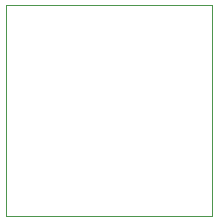
<source format=gbr>
G04 #@! TF.FileFunction,Profile,NP*
%FSLAX46Y46*%
G04 Gerber Fmt 4.6, Leading zero omitted, Abs format (unit mm)*
G04 Created by KiCad (PCBNEW (2015-03-14 BZR 5513)-product) date Sun 15 Mar 2015 10:21:32 AM CET*
%MOMM*%
G01*
G04 APERTURE LIST*
%ADD10C,0.100000*%
G04 APERTURE END LIST*
D10*
X155000000Y-100650000D02*
X155000000Y-118500000D01*
X172500000Y-100650000D02*
X155000000Y-100650000D01*
X172500000Y-118500000D02*
X172500000Y-100650000D01*
X155000000Y-118500000D02*
X172500000Y-118500000D01*
M02*

</source>
